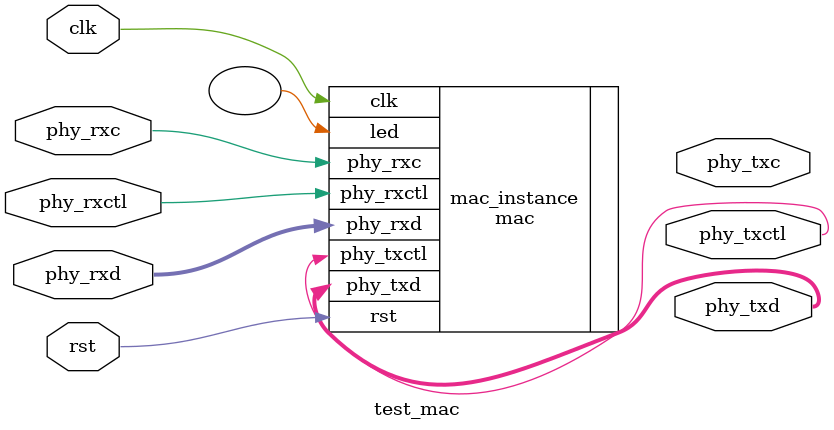
<source format=sv>
module test_mac ( 
    input wire clk,
    input wire rst,
    
    output reg [3:0] phy_txd,
    output reg phy_txctl,
    output wire phy_txc,
    input wire [3:0] phy_rxd,
    input wire phy_rxctl,
    input wire phy_rxc
);

mac mac_instance(
  .clk(clk),
  .rst(rst),
  .led(),

  .phy_txd(phy_txd),
  .phy_txctl(phy_txctl),

  .phy_rxd(phy_rxd),
  .phy_rxctl(phy_rxctl),
  .phy_rxc(phy_rxc),
  );

endmodule

</source>
